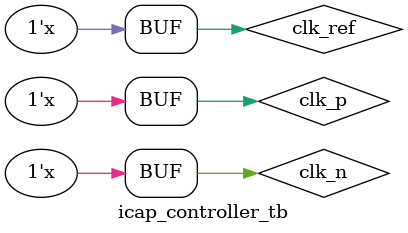
<source format=v>
/*
 * Copyright (c) 2019, Wuklab, UCSD. All rights reserved.
 */

`timescale 1fs/1fs

module icap_controller_tb();

	wire clk_p;
	wire clk_n;
	reg clk_ref;

	initial begin
		clk_ref = 1;
	end

	always
		#4000000.000 clk_ref = ~clk_ref;

	assign clk_p = clk_ref;
	assign clk_n = ~clk_ref;

	icap_controller_wrapper DUT (
		.sysclk_125_clk_n(clk_n),
		.sysclk_125_clk_p(clk_p)
	);
	
endmodule

</source>
